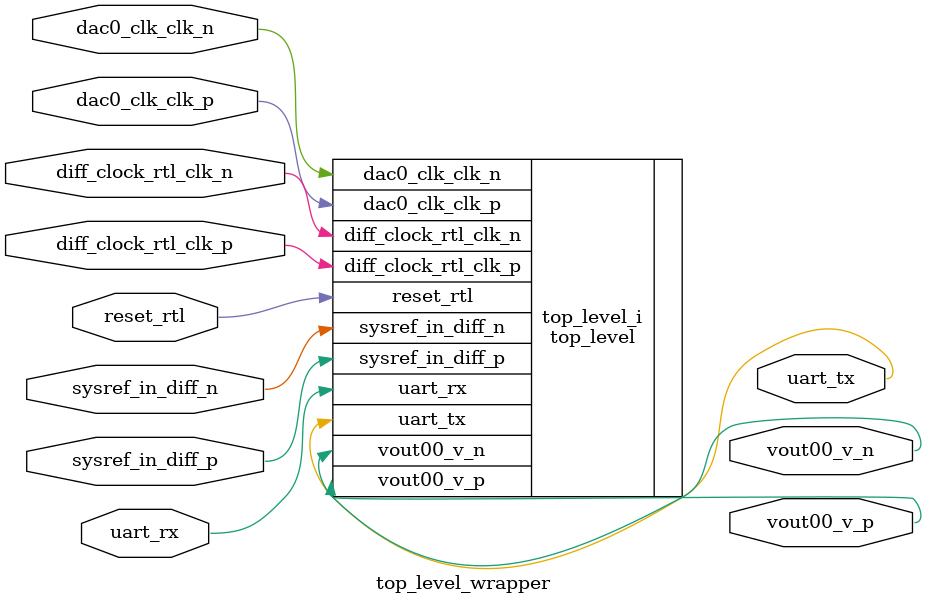
<source format=v>
`timescale 1 ps / 1 ps

module top_level_wrapper
   (dac0_clk_clk_n,
    dac0_clk_clk_p,
    diff_clock_rtl_clk_n,
    diff_clock_rtl_clk_p,
    reset_rtl,
    sysref_in_diff_n,
    sysref_in_diff_p,
    uart_rx,
    uart_tx,
    vout00_v_n,
    vout00_v_p);
  input dac0_clk_clk_n;
  input dac0_clk_clk_p;
  input diff_clock_rtl_clk_n;
  input diff_clock_rtl_clk_p;
  input reset_rtl;
  input sysref_in_diff_n;
  input sysref_in_diff_p;
  input uart_rx;
  output uart_tx;
  output vout00_v_n;
  output vout00_v_p;

  wire dac0_clk_clk_n;
  wire dac0_clk_clk_p;
  wire diff_clock_rtl_clk_n;
  wire diff_clock_rtl_clk_p;
  wire reset_rtl;
  wire sysref_in_diff_n;
  wire sysref_in_diff_p;
  wire uart_rx;
  wire uart_tx;
  wire vout00_v_n;
  wire vout00_v_p;

  top_level top_level_i
       (.dac0_clk_clk_n(dac0_clk_clk_n),
        .dac0_clk_clk_p(dac0_clk_clk_p),
        .diff_clock_rtl_clk_n(diff_clock_rtl_clk_n),
        .diff_clock_rtl_clk_p(diff_clock_rtl_clk_p),
        .reset_rtl(reset_rtl),
        .sysref_in_diff_n(sysref_in_diff_n),
        .sysref_in_diff_p(sysref_in_diff_p),
        .uart_rx(uart_rx),
        .uart_tx(uart_tx),
        .vout00_v_n(vout00_v_n),
        .vout00_v_p(vout00_v_p));
endmodule

</source>
